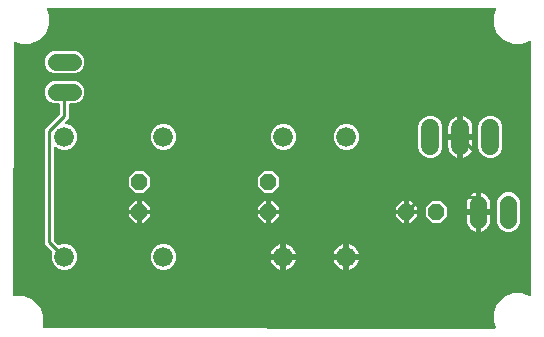
<source format=gbr>
G04 EAGLE Gerber RS-274X export*
G75*
%MOMM*%
%FSLAX34Y34*%
%LPD*%
%INBottom Copper*%
%IPPOS*%
%AMOC8*
5,1,8,0,0,1.08239X$1,22.5*%
G01*
%ADD10C,1.422400*%
%ADD11P,1.429621X8X292.500000*%
%ADD12P,1.429621X8X202.500000*%
%ADD13C,1.676400*%
%ADD14C,1.524000*%
%ADD15C,0.254000*%

G36*
X422476Y15293D02*
X422476Y15293D01*
X422527Y15291D01*
X422633Y15313D01*
X422742Y15326D01*
X422789Y15345D01*
X422838Y15355D01*
X422936Y15403D01*
X423038Y15443D01*
X423078Y15472D01*
X423124Y15495D01*
X423207Y15566D01*
X423295Y15630D01*
X423327Y15668D01*
X423366Y15701D01*
X423429Y15790D01*
X423498Y15874D01*
X423520Y15920D01*
X423549Y15961D01*
X423588Y16063D01*
X423634Y16162D01*
X423644Y16211D01*
X423662Y16258D01*
X423674Y16367D01*
X423694Y16474D01*
X423691Y16524D01*
X423697Y16574D01*
X423682Y16683D01*
X423675Y16792D01*
X423659Y16840D01*
X423652Y16889D01*
X423600Y17042D01*
X421799Y21390D01*
X421799Y29410D01*
X424869Y36820D01*
X430540Y42491D01*
X437950Y45561D01*
X445970Y45561D01*
X452076Y43031D01*
X452125Y43018D01*
X452171Y42997D01*
X452278Y42976D01*
X452383Y42948D01*
X452434Y42947D01*
X452484Y42937D01*
X452592Y42944D01*
X452701Y42942D01*
X452751Y42954D01*
X452801Y42958D01*
X452904Y42991D01*
X453010Y43017D01*
X453055Y43040D01*
X453104Y43056D01*
X453195Y43114D01*
X453291Y43165D01*
X453329Y43200D01*
X453372Y43227D01*
X453446Y43306D01*
X453527Y43379D01*
X453555Y43422D01*
X453589Y43459D01*
X453642Y43554D01*
X453702Y43645D01*
X453718Y43693D01*
X453742Y43738D01*
X453769Y43843D01*
X453805Y43946D01*
X453809Y43996D01*
X453821Y44046D01*
X453831Y44206D01*
X453460Y257904D01*
X453454Y257953D01*
X453456Y258001D01*
X453434Y258110D01*
X453420Y258220D01*
X453402Y258265D01*
X453392Y258313D01*
X453343Y258412D01*
X453302Y258515D01*
X453274Y258555D01*
X453252Y258598D01*
X453180Y258683D01*
X453115Y258772D01*
X453077Y258803D01*
X453046Y258840D01*
X452955Y258904D01*
X452870Y258975D01*
X452826Y258995D01*
X452786Y259023D01*
X452682Y259063D01*
X452582Y259110D01*
X452534Y259119D01*
X452489Y259136D01*
X452378Y259148D01*
X452269Y259169D01*
X452221Y259166D01*
X452172Y259171D01*
X452063Y259156D01*
X451952Y259149D01*
X451906Y259134D01*
X451858Y259127D01*
X451705Y259075D01*
X445970Y256699D01*
X437950Y256699D01*
X430540Y259769D01*
X424869Y265440D01*
X421799Y272850D01*
X421799Y280870D01*
X423779Y285650D01*
X423792Y285698D01*
X423813Y285743D01*
X423834Y285851D01*
X423863Y285956D01*
X423864Y286006D01*
X423873Y286056D01*
X423866Y286165D01*
X423868Y286274D01*
X423856Y286323D01*
X423853Y286373D01*
X423819Y286477D01*
X423794Y286584D01*
X423770Y286628D01*
X423755Y286675D01*
X423696Y286768D01*
X423645Y286865D01*
X423611Y286902D01*
X423585Y286944D01*
X423505Y287019D01*
X423431Y287100D01*
X423389Y287128D01*
X423353Y287162D01*
X423257Y287215D01*
X423165Y287275D01*
X423118Y287291D01*
X423074Y287315D01*
X422968Y287342D01*
X422865Y287378D01*
X422815Y287382D01*
X422766Y287394D01*
X422606Y287405D01*
X44840Y287195D01*
X44791Y287189D01*
X44741Y287191D01*
X44634Y287169D01*
X44524Y287155D01*
X44478Y287137D01*
X44430Y287127D01*
X44331Y287079D01*
X44229Y287038D01*
X44189Y287009D01*
X44144Y286987D01*
X44060Y286916D01*
X43971Y286851D01*
X43940Y286813D01*
X43902Y286781D01*
X43839Y286691D01*
X43769Y286606D01*
X43748Y286561D01*
X43719Y286521D01*
X43680Y286418D01*
X43633Y286318D01*
X43624Y286270D01*
X43607Y286224D01*
X43594Y286114D01*
X43574Y286006D01*
X43577Y285956D01*
X43571Y285907D01*
X43587Y285798D01*
X43594Y285688D01*
X43609Y285641D01*
X43616Y285593D01*
X43668Y285440D01*
X45561Y280870D01*
X45561Y272850D01*
X42491Y265440D01*
X36820Y259769D01*
X29410Y256699D01*
X21390Y256699D01*
X17145Y258457D01*
X17099Y258470D01*
X17055Y258491D01*
X16946Y258512D01*
X16838Y258541D01*
X16790Y258542D01*
X16743Y258551D01*
X16632Y258545D01*
X16520Y258546D01*
X16474Y258535D01*
X16426Y258532D01*
X16320Y258498D01*
X16211Y258472D01*
X16169Y258450D01*
X16123Y258435D01*
X16029Y258376D01*
X15930Y258324D01*
X15894Y258291D01*
X15854Y258266D01*
X15777Y258185D01*
X15695Y258110D01*
X15668Y258070D01*
X15635Y258035D01*
X15581Y257937D01*
X15520Y257844D01*
X15504Y257799D01*
X15481Y257757D01*
X15453Y257649D01*
X15417Y257543D01*
X15413Y257495D01*
X15401Y257449D01*
X15390Y257288D01*
X14834Y44293D01*
X14849Y44173D01*
X14856Y44053D01*
X14868Y44016D01*
X14873Y43978D01*
X14917Y43865D01*
X14954Y43751D01*
X14975Y43718D01*
X14989Y43682D01*
X15060Y43584D01*
X15124Y43482D01*
X15153Y43455D01*
X15175Y43424D01*
X15268Y43347D01*
X15356Y43264D01*
X15390Y43245D01*
X15420Y43220D01*
X15529Y43169D01*
X15634Y43110D01*
X15672Y43101D01*
X15707Y43084D01*
X15825Y43061D01*
X15942Y43031D01*
X16000Y43027D01*
X16019Y43024D01*
X16040Y43025D01*
X16103Y43021D01*
X24330Y43021D01*
X31740Y39951D01*
X37411Y34280D01*
X40481Y26870D01*
X40481Y18850D01*
X39906Y17463D01*
X39894Y17416D01*
X39873Y17372D01*
X39852Y17263D01*
X39823Y17157D01*
X39822Y17108D01*
X39812Y17060D01*
X39819Y16949D01*
X39817Y16839D01*
X39829Y16791D01*
X39832Y16742D01*
X39866Y16637D01*
X39892Y16529D01*
X39915Y16486D01*
X39930Y16439D01*
X39989Y16346D01*
X40040Y16248D01*
X40073Y16212D01*
X40099Y16171D01*
X40180Y16095D01*
X40254Y16013D01*
X40295Y15986D01*
X40331Y15952D01*
X40428Y15899D01*
X40520Y15838D01*
X40566Y15822D01*
X40609Y15799D01*
X40716Y15771D01*
X40821Y15735D01*
X40870Y15731D01*
X40917Y15719D01*
X41078Y15708D01*
X422426Y15287D01*
X422476Y15293D01*
G37*
%LPC*%
G36*
X56247Y65277D02*
X56247Y65277D01*
X52233Y66940D01*
X49160Y70013D01*
X47497Y74027D01*
X47497Y78373D01*
X48157Y79966D01*
X48165Y79994D01*
X48178Y80020D01*
X48207Y80147D01*
X48241Y80272D01*
X48242Y80302D01*
X48248Y80331D01*
X48244Y80460D01*
X48246Y80590D01*
X48239Y80619D01*
X48238Y80649D01*
X48202Y80773D01*
X48172Y80900D01*
X48158Y80926D01*
X48150Y80954D01*
X48084Y81066D01*
X48023Y81181D01*
X48003Y81203D01*
X47988Y81228D01*
X47882Y81349D01*
X41909Y87322D01*
X41909Y184458D01*
X54238Y196787D01*
X54298Y196865D01*
X54366Y196937D01*
X54395Y196990D01*
X54432Y197038D01*
X54472Y197129D01*
X54520Y197216D01*
X54535Y197274D01*
X54559Y197330D01*
X54574Y197428D01*
X54599Y197524D01*
X54605Y197624D01*
X54609Y197644D01*
X54607Y197656D01*
X54609Y197684D01*
X54609Y204978D01*
X54594Y205096D01*
X54587Y205215D01*
X54574Y205253D01*
X54569Y205294D01*
X54526Y205404D01*
X54489Y205517D01*
X54467Y205552D01*
X54452Y205589D01*
X54383Y205685D01*
X54319Y205786D01*
X54289Y205814D01*
X54266Y205847D01*
X54174Y205923D01*
X54087Y206004D01*
X54052Y206024D01*
X54021Y206049D01*
X53913Y206100D01*
X53809Y206158D01*
X53769Y206168D01*
X53733Y206185D01*
X53616Y206207D01*
X53501Y206237D01*
X53441Y206241D01*
X53421Y206245D01*
X53400Y206243D01*
X53340Y206247D01*
X49388Y206247D01*
X45840Y207717D01*
X43125Y210432D01*
X41655Y213980D01*
X41655Y217820D01*
X43125Y221368D01*
X45840Y224083D01*
X49388Y225553D01*
X67452Y225553D01*
X71000Y224083D01*
X73715Y221368D01*
X75185Y217820D01*
X75185Y213980D01*
X73715Y210432D01*
X71000Y207717D01*
X67452Y206247D01*
X63500Y206247D01*
X63382Y206232D01*
X63263Y206225D01*
X63225Y206212D01*
X63184Y206207D01*
X63074Y206164D01*
X62961Y206127D01*
X62926Y206105D01*
X62889Y206090D01*
X62793Y206021D01*
X62692Y205957D01*
X62664Y205927D01*
X62631Y205904D01*
X62555Y205812D01*
X62474Y205725D01*
X62454Y205690D01*
X62429Y205659D01*
X62378Y205551D01*
X62320Y205447D01*
X62310Y205407D01*
X62293Y205371D01*
X62271Y205254D01*
X62241Y205139D01*
X62237Y205079D01*
X62233Y205059D01*
X62235Y205038D01*
X62231Y204978D01*
X62231Y194002D01*
X59119Y190889D01*
X59033Y190780D01*
X58945Y190673D01*
X58936Y190654D01*
X58924Y190638D01*
X58868Y190510D01*
X58809Y190385D01*
X58805Y190365D01*
X58797Y190346D01*
X58775Y190208D01*
X58749Y190072D01*
X58751Y190052D01*
X58748Y190032D01*
X58761Y189893D01*
X58769Y189755D01*
X58775Y189736D01*
X58777Y189716D01*
X58825Y189584D01*
X58867Y189453D01*
X58878Y189435D01*
X58885Y189416D01*
X58963Y189301D01*
X59037Y189184D01*
X59052Y189170D01*
X59064Y189153D01*
X59168Y189061D01*
X59269Y188966D01*
X59287Y188956D01*
X59302Y188943D01*
X59426Y188879D01*
X59548Y188812D01*
X59567Y188807D01*
X59585Y188798D01*
X59721Y188768D01*
X59855Y188733D01*
X59884Y188731D01*
X59895Y188728D01*
X59916Y188729D01*
X60016Y188723D01*
X60593Y188723D01*
X64607Y187060D01*
X67680Y183987D01*
X69343Y179973D01*
X69343Y175627D01*
X67680Y171613D01*
X64607Y168540D01*
X60593Y166877D01*
X56247Y166877D01*
X52233Y168540D01*
X51697Y169075D01*
X51588Y169160D01*
X51481Y169249D01*
X51462Y169258D01*
X51446Y169270D01*
X51318Y169326D01*
X51193Y169385D01*
X51173Y169389D01*
X51154Y169397D01*
X51016Y169419D01*
X50880Y169445D01*
X50860Y169443D01*
X50840Y169447D01*
X50701Y169434D01*
X50563Y169425D01*
X50544Y169419D01*
X50524Y169417D01*
X50393Y169370D01*
X50261Y169327D01*
X50243Y169316D01*
X50224Y169309D01*
X50110Y169231D01*
X49992Y169157D01*
X49978Y169142D01*
X49961Y169131D01*
X49869Y169027D01*
X49774Y168925D01*
X49764Y168907D01*
X49751Y168892D01*
X49688Y168768D01*
X49620Y168647D01*
X49615Y168627D01*
X49606Y168609D01*
X49576Y168473D01*
X49541Y168339D01*
X49539Y168311D01*
X49536Y168299D01*
X49537Y168278D01*
X49531Y168178D01*
X49531Y91004D01*
X49543Y90906D01*
X49546Y90807D01*
X49563Y90749D01*
X49571Y90689D01*
X49607Y90597D01*
X49635Y90501D01*
X49665Y90449D01*
X49688Y90393D01*
X49746Y90313D01*
X49796Y90228D01*
X49862Y90152D01*
X49874Y90136D01*
X49884Y90128D01*
X49902Y90107D01*
X53271Y86738D01*
X53295Y86720D01*
X53314Y86697D01*
X53420Y86623D01*
X53522Y86543D01*
X53550Y86531D01*
X53574Y86514D01*
X53695Y86468D01*
X53814Y86417D01*
X53843Y86412D01*
X53871Y86402D01*
X54000Y86387D01*
X54128Y86367D01*
X54158Y86370D01*
X54187Y86366D01*
X54316Y86385D01*
X54445Y86397D01*
X54473Y86407D01*
X54502Y86411D01*
X54654Y86463D01*
X56247Y87123D01*
X60593Y87123D01*
X64607Y85460D01*
X67680Y82387D01*
X69343Y78373D01*
X69343Y74027D01*
X67680Y70013D01*
X64607Y66940D01*
X60593Y65277D01*
X56247Y65277D01*
G37*
%LPD*%
%LPC*%
G36*
X417079Y160019D02*
X417079Y160019D01*
X413344Y161566D01*
X410486Y164424D01*
X408939Y168159D01*
X408939Y187441D01*
X410486Y191176D01*
X413344Y194034D01*
X417079Y195581D01*
X421121Y195581D01*
X424856Y194034D01*
X427714Y191176D01*
X429261Y187441D01*
X429261Y168159D01*
X427714Y164424D01*
X424856Y161566D01*
X421121Y160019D01*
X417079Y160019D01*
G37*
%LPD*%
%LPC*%
G36*
X366279Y160019D02*
X366279Y160019D01*
X362544Y161566D01*
X359686Y164424D01*
X358139Y168159D01*
X358139Y187441D01*
X359686Y191176D01*
X362544Y194034D01*
X366279Y195581D01*
X370321Y195581D01*
X374056Y194034D01*
X376914Y191176D01*
X378461Y187441D01*
X378461Y168159D01*
X376914Y164424D01*
X374056Y161566D01*
X370321Y160019D01*
X366279Y160019D01*
G37*
%LPD*%
%LPC*%
G36*
X49388Y231647D02*
X49388Y231647D01*
X45840Y233117D01*
X43125Y235832D01*
X41655Y239380D01*
X41655Y243220D01*
X43125Y246768D01*
X45840Y249483D01*
X49388Y250953D01*
X67452Y250953D01*
X71000Y249483D01*
X73715Y246768D01*
X75185Y243220D01*
X75185Y239380D01*
X73715Y235832D01*
X71000Y233117D01*
X67452Y231647D01*
X49388Y231647D01*
G37*
%LPD*%
%LPC*%
G36*
X432420Y97535D02*
X432420Y97535D01*
X428872Y99005D01*
X426157Y101720D01*
X424687Y105268D01*
X424687Y123332D01*
X426157Y126880D01*
X428872Y129595D01*
X432420Y131065D01*
X436260Y131065D01*
X439808Y129595D01*
X442523Y126880D01*
X443993Y123332D01*
X443993Y105268D01*
X442523Y101720D01*
X439808Y99005D01*
X436260Y97535D01*
X432420Y97535D01*
G37*
%LPD*%
%LPC*%
G36*
X295007Y166877D02*
X295007Y166877D01*
X290993Y168540D01*
X287920Y171613D01*
X286257Y175627D01*
X286257Y179973D01*
X287920Y183987D01*
X290993Y187060D01*
X295007Y188723D01*
X299353Y188723D01*
X303367Y187060D01*
X306440Y183987D01*
X308103Y179973D01*
X308103Y175627D01*
X306440Y171613D01*
X303367Y168540D01*
X299353Y166877D01*
X295007Y166877D01*
G37*
%LPD*%
%LPC*%
G36*
X241667Y166877D02*
X241667Y166877D01*
X237653Y168540D01*
X234580Y171613D01*
X232917Y175627D01*
X232917Y179973D01*
X234580Y183987D01*
X237653Y187060D01*
X241667Y188723D01*
X246013Y188723D01*
X250027Y187060D01*
X253100Y183987D01*
X254763Y179973D01*
X254763Y175627D01*
X253100Y171613D01*
X250027Y168540D01*
X246013Y166877D01*
X241667Y166877D01*
G37*
%LPD*%
%LPC*%
G36*
X140067Y166877D02*
X140067Y166877D01*
X136053Y168540D01*
X132980Y171613D01*
X131317Y175627D01*
X131317Y179973D01*
X132980Y183987D01*
X136053Y187060D01*
X140067Y188723D01*
X144413Y188723D01*
X148427Y187060D01*
X151500Y183987D01*
X153163Y179973D01*
X153163Y175627D01*
X151500Y171613D01*
X148427Y168540D01*
X144413Y166877D01*
X140067Y166877D01*
G37*
%LPD*%
%LPC*%
G36*
X140067Y65277D02*
X140067Y65277D01*
X136053Y66940D01*
X132980Y70013D01*
X131317Y74027D01*
X131317Y78373D01*
X132980Y82387D01*
X136053Y85460D01*
X140067Y87123D01*
X144413Y87123D01*
X148427Y85460D01*
X151500Y82387D01*
X153163Y78373D01*
X153163Y74027D01*
X151500Y70013D01*
X148427Y66940D01*
X144413Y65277D01*
X140067Y65277D01*
G37*
%LPD*%
%LPC*%
G36*
X227352Y130555D02*
X227352Y130555D01*
X221995Y135912D01*
X221995Y143488D01*
X227352Y148845D01*
X234928Y148845D01*
X240285Y143488D01*
X240285Y135912D01*
X234928Y130555D01*
X227352Y130555D01*
G37*
%LPD*%
%LPC*%
G36*
X118132Y130555D02*
X118132Y130555D01*
X112775Y135912D01*
X112775Y143488D01*
X118132Y148845D01*
X125708Y148845D01*
X131065Y143488D01*
X131065Y135912D01*
X125708Y130555D01*
X118132Y130555D01*
G37*
%LPD*%
%LPC*%
G36*
X369592Y105155D02*
X369592Y105155D01*
X364235Y110512D01*
X364235Y118088D01*
X369592Y123445D01*
X377168Y123445D01*
X382525Y118088D01*
X382525Y110512D01*
X377168Y105155D01*
X369592Y105155D01*
G37*
%LPD*%
%LPC*%
G36*
X396239Y180339D02*
X396239Y180339D01*
X396239Y195279D01*
X397600Y194836D01*
X399025Y194110D01*
X400319Y193170D01*
X401450Y192039D01*
X402390Y190745D01*
X403116Y189320D01*
X403611Y187799D01*
X403861Y186220D01*
X403861Y180339D01*
X396239Y180339D01*
G37*
%LPD*%
%LPC*%
G36*
X396239Y175261D02*
X396239Y175261D01*
X403861Y175261D01*
X403861Y169380D01*
X403611Y167801D01*
X403116Y166280D01*
X402390Y164855D01*
X401450Y163561D01*
X400319Y162430D01*
X399025Y161490D01*
X397600Y160764D01*
X396239Y160321D01*
X396239Y175261D01*
G37*
%LPD*%
%LPC*%
G36*
X383539Y180339D02*
X383539Y180339D01*
X383539Y186220D01*
X383789Y187799D01*
X384284Y189320D01*
X385010Y190745D01*
X385950Y192039D01*
X387081Y193170D01*
X388375Y194110D01*
X389800Y194836D01*
X391161Y195279D01*
X391161Y180339D01*
X383539Y180339D01*
G37*
%LPD*%
%LPC*%
G36*
X389800Y160764D02*
X389800Y160764D01*
X388375Y161490D01*
X387292Y162276D01*
X387292Y162277D01*
X387081Y162430D01*
X385950Y163561D01*
X385010Y164855D01*
X384284Y166280D01*
X383789Y167801D01*
X383539Y169380D01*
X383539Y175261D01*
X391161Y175261D01*
X391161Y160321D01*
X389800Y160764D01*
G37*
%LPD*%
%LPC*%
G36*
X411225Y116585D02*
X411225Y116585D01*
X411225Y130819D01*
X412645Y130358D01*
X413999Y129668D01*
X415228Y128775D01*
X416303Y127700D01*
X417196Y126471D01*
X417886Y125117D01*
X418355Y123672D01*
X418593Y122172D01*
X418593Y116585D01*
X411225Y116585D01*
G37*
%LPD*%
%LPC*%
G36*
X411225Y112015D02*
X411225Y112015D01*
X418593Y112015D01*
X418593Y106428D01*
X418355Y104928D01*
X417886Y103483D01*
X417196Y102129D01*
X416303Y100900D01*
X415228Y99825D01*
X413999Y98932D01*
X412645Y98242D01*
X411225Y97781D01*
X411225Y112015D01*
G37*
%LPD*%
%LPC*%
G36*
X399287Y116585D02*
X399287Y116585D01*
X399287Y122172D01*
X399525Y123672D01*
X399994Y125117D01*
X400684Y126471D01*
X401577Y127700D01*
X402652Y128775D01*
X403881Y129668D01*
X405235Y130358D01*
X406655Y130819D01*
X406655Y116585D01*
X399287Y116585D01*
G37*
%LPD*%
%LPC*%
G36*
X405235Y98242D02*
X405235Y98242D01*
X403881Y98932D01*
X402652Y99825D01*
X401577Y100900D01*
X400684Y102129D01*
X399994Y103483D01*
X399525Y104928D01*
X399287Y106428D01*
X399287Y112015D01*
X406655Y112015D01*
X406655Y97781D01*
X405235Y98242D01*
G37*
%LPD*%
%LPC*%
G36*
X246379Y78739D02*
X246379Y78739D01*
X246379Y86857D01*
X246398Y86854D01*
X248033Y86323D01*
X249565Y85542D01*
X250956Y84531D01*
X252171Y83316D01*
X253182Y81925D01*
X253963Y80393D01*
X254494Y78758D01*
X254497Y78739D01*
X246379Y78739D01*
G37*
%LPD*%
%LPC*%
G36*
X299719Y78739D02*
X299719Y78739D01*
X299719Y86857D01*
X299738Y86854D01*
X301373Y86323D01*
X302905Y85542D01*
X304296Y84531D01*
X305511Y83316D01*
X306522Y81925D01*
X307303Y80393D01*
X307834Y78758D01*
X307837Y78739D01*
X299719Y78739D01*
G37*
%LPD*%
%LPC*%
G36*
X286523Y78739D02*
X286523Y78739D01*
X286526Y78758D01*
X287057Y80393D01*
X287838Y81925D01*
X288849Y83316D01*
X290064Y84531D01*
X291455Y85542D01*
X292987Y86323D01*
X294622Y86854D01*
X294641Y86857D01*
X294641Y78739D01*
X286523Y78739D01*
G37*
%LPD*%
%LPC*%
G36*
X233183Y78739D02*
X233183Y78739D01*
X233186Y78758D01*
X233717Y80393D01*
X234498Y81925D01*
X235509Y83316D01*
X236724Y84531D01*
X238115Y85542D01*
X239647Y86323D01*
X241282Y86854D01*
X241301Y86857D01*
X241301Y78739D01*
X233183Y78739D01*
G37*
%LPD*%
%LPC*%
G36*
X246379Y73661D02*
X246379Y73661D01*
X254497Y73661D01*
X254494Y73642D01*
X253963Y72007D01*
X253182Y70475D01*
X252171Y69084D01*
X250956Y67869D01*
X249565Y66858D01*
X248033Y66077D01*
X246398Y65546D01*
X246379Y65543D01*
X246379Y73661D01*
G37*
%LPD*%
%LPC*%
G36*
X299719Y73661D02*
X299719Y73661D01*
X307837Y73661D01*
X307834Y73642D01*
X307303Y72007D01*
X306522Y70475D01*
X305511Y69084D01*
X304296Y67869D01*
X302905Y66858D01*
X301373Y66077D01*
X299738Y65546D01*
X299719Y65543D01*
X299719Y73661D01*
G37*
%LPD*%
%LPC*%
G36*
X241282Y65546D02*
X241282Y65546D01*
X239647Y66077D01*
X238115Y66858D01*
X236724Y67869D01*
X235509Y69084D01*
X234498Y70475D01*
X233717Y72007D01*
X233186Y73642D01*
X233183Y73661D01*
X241301Y73661D01*
X241301Y65543D01*
X241282Y65546D01*
G37*
%LPD*%
%LPC*%
G36*
X294622Y65546D02*
X294622Y65546D01*
X292987Y66077D01*
X291455Y66858D01*
X290064Y67869D01*
X288849Y69084D01*
X287838Y70475D01*
X287057Y72007D01*
X286526Y73642D01*
X286523Y73661D01*
X294641Y73661D01*
X294641Y65543D01*
X294622Y65546D01*
G37*
%LPD*%
%LPC*%
G36*
X123951Y116331D02*
X123951Y116331D01*
X123951Y123445D01*
X125708Y123445D01*
X131065Y118088D01*
X131065Y116331D01*
X123951Y116331D01*
G37*
%LPD*%
%LPC*%
G36*
X233171Y116331D02*
X233171Y116331D01*
X233171Y123445D01*
X234928Y123445D01*
X240285Y118088D01*
X240285Y116331D01*
X233171Y116331D01*
G37*
%LPD*%
%LPC*%
G36*
X350011Y116331D02*
X350011Y116331D01*
X350011Y123445D01*
X351768Y123445D01*
X357125Y118088D01*
X357125Y116331D01*
X350011Y116331D01*
G37*
%LPD*%
%LPC*%
G36*
X221995Y116331D02*
X221995Y116331D01*
X221995Y118088D01*
X227352Y123445D01*
X229109Y123445D01*
X229109Y116331D01*
X221995Y116331D01*
G37*
%LPD*%
%LPC*%
G36*
X338835Y116331D02*
X338835Y116331D01*
X338835Y118088D01*
X344192Y123445D01*
X345949Y123445D01*
X345949Y116331D01*
X338835Y116331D01*
G37*
%LPD*%
%LPC*%
G36*
X112775Y116331D02*
X112775Y116331D01*
X112775Y118088D01*
X118132Y123445D01*
X119889Y123445D01*
X119889Y116331D01*
X112775Y116331D01*
G37*
%LPD*%
%LPC*%
G36*
X123951Y105155D02*
X123951Y105155D01*
X123951Y112269D01*
X131065Y112269D01*
X131065Y110512D01*
X125708Y105155D01*
X123951Y105155D01*
G37*
%LPD*%
%LPC*%
G36*
X350011Y105155D02*
X350011Y105155D01*
X350011Y112269D01*
X357125Y112269D01*
X357125Y110512D01*
X351768Y105155D01*
X350011Y105155D01*
G37*
%LPD*%
%LPC*%
G36*
X233171Y105155D02*
X233171Y105155D01*
X233171Y112269D01*
X240285Y112269D01*
X240285Y110512D01*
X234928Y105155D01*
X233171Y105155D01*
G37*
%LPD*%
%LPC*%
G36*
X344192Y105155D02*
X344192Y105155D01*
X338835Y110512D01*
X338835Y112269D01*
X345949Y112269D01*
X345949Y105155D01*
X344192Y105155D01*
G37*
%LPD*%
%LPC*%
G36*
X118132Y105155D02*
X118132Y105155D01*
X112775Y110512D01*
X112775Y112269D01*
X119889Y112269D01*
X119889Y105155D01*
X118132Y105155D01*
G37*
%LPD*%
%LPC*%
G36*
X227352Y105155D02*
X227352Y105155D01*
X221995Y110512D01*
X221995Y112269D01*
X229109Y112269D01*
X229109Y105155D01*
X227352Y105155D01*
G37*
%LPD*%
%LPC*%
G36*
X393699Y177799D02*
X393699Y177799D01*
X393699Y177801D01*
X393701Y177801D01*
X393701Y177799D01*
X393699Y177799D01*
G37*
%LPD*%
%LPC*%
G36*
X243839Y76199D02*
X243839Y76199D01*
X243839Y76201D01*
X243841Y76201D01*
X243841Y76199D01*
X243839Y76199D01*
G37*
%LPD*%
%LPC*%
G36*
X297179Y76199D02*
X297179Y76199D01*
X297179Y76201D01*
X297181Y76201D01*
X297181Y76199D01*
X297179Y76199D01*
G37*
%LPD*%
D10*
X434340Y121412D02*
X434340Y107188D01*
X408940Y107188D02*
X408940Y121412D01*
D11*
X121920Y139700D03*
X121920Y114300D03*
X231140Y139700D03*
X231140Y114300D03*
D12*
X373380Y114300D03*
X347980Y114300D03*
D13*
X142240Y177800D03*
X243840Y177800D03*
X297180Y76200D03*
X297180Y177800D03*
X142240Y76200D03*
X243840Y76200D03*
X58420Y76200D03*
X58420Y177800D03*
D14*
X368300Y170180D02*
X368300Y185420D01*
X393700Y185420D02*
X393700Y170180D01*
X419100Y170180D02*
X419100Y185420D01*
D10*
X65532Y241300D02*
X51308Y241300D01*
X51308Y215900D02*
X65532Y215900D01*
D15*
X408940Y162560D02*
X408940Y127000D01*
X408940Y162560D02*
X393700Y177800D01*
X408940Y127000D02*
X360680Y127000D01*
X347980Y114300D01*
X408940Y114300D02*
X408940Y127000D01*
X58420Y195580D02*
X58420Y215900D01*
X58420Y195580D02*
X45720Y182880D01*
X45720Y88900D01*
X58420Y76200D01*
M02*

</source>
